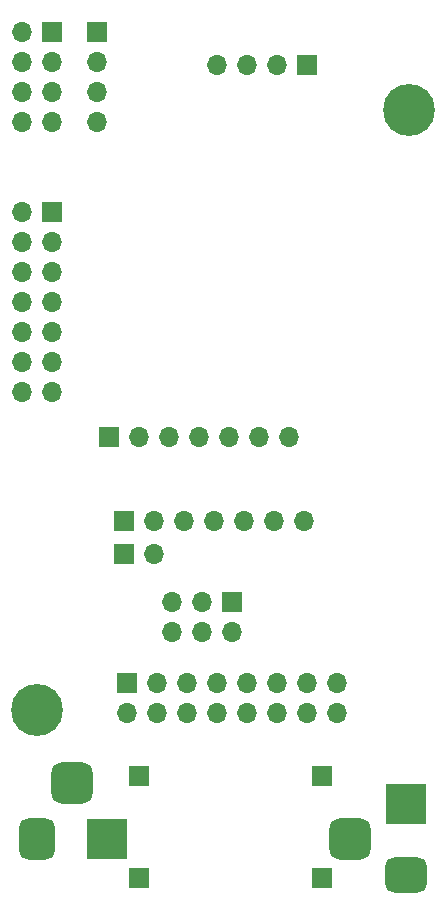
<source format=gbr>
%TF.GenerationSoftware,KiCad,Pcbnew,7.0.10*%
%TF.CreationDate,2024-01-29T09:08:00-07:00*%
%TF.ProjectId,AMPE32T30,414d5045-3332-4543-9330-2e6b69636164,rev?*%
%TF.SameCoordinates,PX76efc10PY5962530*%
%TF.FileFunction,Copper,L2,Bot*%
%TF.FilePolarity,Positive*%
%FSLAX46Y46*%
G04 Gerber Fmt 4.6, Leading zero omitted, Abs format (unit mm)*
G04 Created by KiCad (PCBNEW 7.0.10) date 2024-01-29 09:08:00*
%MOMM*%
%LPD*%
G01*
G04 APERTURE LIST*
G04 Aperture macros list*
%AMRoundRect*
0 Rectangle with rounded corners*
0 $1 Rounding radius*
0 $2 $3 $4 $5 $6 $7 $8 $9 X,Y pos of 4 corners*
0 Add a 4 corners polygon primitive as box body*
4,1,4,$2,$3,$4,$5,$6,$7,$8,$9,$2,$3,0*
0 Add four circle primitives for the rounded corners*
1,1,$1+$1,$2,$3*
1,1,$1+$1,$4,$5*
1,1,$1+$1,$6,$7*
1,1,$1+$1,$8,$9*
0 Add four rect primitives between the rounded corners*
20,1,$1+$1,$2,$3,$4,$5,0*
20,1,$1+$1,$4,$5,$6,$7,0*
20,1,$1+$1,$6,$7,$8,$9,0*
20,1,$1+$1,$8,$9,$2,$3,0*%
G04 Aperture macros list end*
%TA.AperFunction,ComponentPad*%
%ADD10R,1.700000X1.700000*%
%TD*%
%TA.AperFunction,ComponentPad*%
%ADD11O,1.700000X1.700000*%
%TD*%
%TA.AperFunction,ComponentPad*%
%ADD12C,4.400000*%
%TD*%
%TA.AperFunction,ComponentPad*%
%ADD13R,3.500000X3.500000*%
%TD*%
%TA.AperFunction,ComponentPad*%
%ADD14RoundRect,0.750000X-0.750000X-1.000000X0.750000X-1.000000X0.750000X1.000000X-0.750000X1.000000X0*%
%TD*%
%TA.AperFunction,ComponentPad*%
%ADD15RoundRect,0.875000X-0.875000X-0.875000X0.875000X-0.875000X0.875000X0.875000X-0.875000X0.875000X0*%
%TD*%
%TA.AperFunction,ComponentPad*%
%ADD16RoundRect,0.750000X1.000000X-0.750000X1.000000X0.750000X-1.000000X0.750000X-1.000000X-0.750000X0*%
%TD*%
%TA.AperFunction,ComponentPad*%
%ADD17RoundRect,0.875000X0.875000X-0.875000X0.875000X0.875000X-0.875000X0.875000X-0.875000X-0.875000X0*%
%TD*%
G04 APERTURE END LIST*
D10*
%TO.P,J4,1,Pin_1*%
%TO.N,/GND*%
X10414000Y32004000D03*
D11*
%TO.P,J4,2,Pin_2*%
%TO.N,/VCC*%
X12954000Y32004000D03*
%TO.P,J4,3,Pin_3*%
%TO.N,/AUX*%
X15494000Y32004000D03*
%TO.P,J4,4,Pin_4*%
%TO.N,/RXD*%
X18034000Y32004000D03*
%TO.P,J4,5,Pin_5*%
%TO.N,/TXD*%
X20574000Y32004000D03*
%TO.P,J4,6,Pin_6*%
%TO.N,/M1*%
X23114000Y32004000D03*
%TO.P,J4,7,Pin_7*%
%TO.N,/M0*%
X25654000Y32004000D03*
%TD*%
D10*
%TO.P,J5,1,Pin_1*%
%TO.N,/GND*%
X10668000Y18288000D03*
D11*
%TO.P,J5,2,Pin_2*%
X10668000Y15748000D03*
%TO.P,J5,3,Pin_3*%
%TO.N,/VCC*%
X13208000Y18288000D03*
%TO.P,J5,4,Pin_4*%
X13208000Y15748000D03*
%TO.P,J5,5,Pin_5*%
%TO.N,/SCK*%
X15748000Y18288000D03*
%TO.P,J5,6,Pin_6*%
%TO.N,/SET*%
X15748000Y15748000D03*
%TO.P,J5,7,Pin_7*%
%TO.N,/SDA*%
X18288000Y18288000D03*
%TO.P,J5,8,Pin_8*%
%TO.N,/OK*%
X18288000Y15748000D03*
%TO.P,J5,9,Pin_9*%
%TO.N,/RES*%
X20828000Y18288000D03*
%TO.P,J5,10,Pin_10*%
%TO.N,/RT*%
X20828000Y15748000D03*
%TO.P,J5,11,Pin_11*%
%TO.N,/RS*%
X23368000Y18288000D03*
%TO.P,J5,12,Pin_12*%
%TO.N,/UP*%
X23368000Y15748000D03*
%TO.P,J5,13,Pin_13*%
%TO.N,/CS*%
X25908000Y18288000D03*
%TO.P,J5,14,Pin_14*%
%TO.N,/DW*%
X25908000Y15748000D03*
%TO.P,J5,15,Pin_15*%
%TO.N,/BL*%
X28448000Y18288000D03*
%TO.P,J5,16,Pin_16*%
%TO.N,/LFT*%
X28448000Y15748000D03*
%TD*%
D10*
%TO.P,J6,1,Pin_1*%
%TO.N,/GND*%
X10414000Y29210000D03*
D11*
%TO.P,J6,2,Pin_2*%
%TO.N,/VCC*%
X12954000Y29210000D03*
%TD*%
D12*
%TO.P,f,1*%
%TO.N,N/C*%
X34544000Y66802000D03*
%TD*%
%TO.P,e,1*%
%TO.N,N/C*%
X3048000Y16002000D03*
%TD*%
D10*
%TO.P,J7,1,Pin_1*%
%TO.N,/LFT*%
X4318000Y58166000D03*
D11*
%TO.P,J7,2,Pin_2*%
%TO.N,/DW*%
X1778000Y58166000D03*
%TO.P,J7,3,Pin_3*%
%TO.N,/BL*%
X4318000Y55626000D03*
%TO.P,J7,4,Pin_4*%
%TO.N,/RES*%
X1778000Y55626000D03*
%TO.P,J7,5,Pin_5*%
%TO.N,/CS*%
X4318000Y53086000D03*
%TO.P,J7,6,Pin_6*%
%TO.N,/RS*%
X1778000Y53086000D03*
%TO.P,J7,7,Pin_7*%
%TO.N,Net-(J7-Pin_7)*%
X4318000Y50546000D03*
%TO.P,J7,8,Pin_8*%
%TO.N,/M0*%
X1778000Y50546000D03*
%TO.P,J7,9,Pin_9*%
%TO.N,/RT*%
X4318000Y48006000D03*
%TO.P,J7,10,Pin_10*%
%TO.N,/UP*%
X1778000Y48006000D03*
%TO.P,J7,11,Pin_11*%
%TO.N,/SET*%
X4318000Y45466000D03*
%TO.P,J7,12,Pin_12*%
%TO.N,/OK*%
X1778000Y45466000D03*
%TO.P,J7,13,Pin_13*%
%TO.N,/TXR*%
X4318000Y42926000D03*
%TO.P,J7,14,Pin_14*%
%TO.N,/RXR*%
X1778000Y42926000D03*
%TD*%
D10*
%TO.P,MP,1*%
%TO.N,N/C*%
X25908000Y70612000D03*
D11*
%TO.P,MP,2*%
X23368000Y70612000D03*
%TO.P,MP,3*%
X20828000Y70612000D03*
%TO.P,MP,4*%
X18288000Y70612000D03*
%TD*%
D10*
%TO.P,J1,1,Pin_1*%
%TO.N,/VIN*%
X4318000Y73406000D03*
D11*
%TO.P,J1,2,Pin_2*%
X1778000Y73406000D03*
%TO.P,J1,3,Pin_3*%
%TO.N,/GND*%
X4318000Y70866000D03*
%TO.P,J1,4,Pin_4*%
X1778000Y70866000D03*
%TO.P,J1,5,Pin_5*%
%TO.N,/VCC*%
X4318000Y68326000D03*
%TO.P,J1,6,Pin_6*%
X1778000Y68326000D03*
%TO.P,J1,7,Pin_7*%
%TO.N,/3V3*%
X4318000Y65786000D03*
%TO.P,J1,8,Pin_8*%
X1778000Y65786000D03*
%TD*%
D10*
%TO.P,J3,1,Pin_1*%
%TO.N,/VIN*%
X8128000Y73406000D03*
D11*
%TO.P,J3,2,Pin_2*%
%TO.N,/GND*%
X8128000Y70866000D03*
%TO.P,J3,3,Pin_3*%
%TO.N,/VCC*%
X8128000Y68326000D03*
%TO.P,J3,4,Pin_4*%
%TO.N,/3V3*%
X8128000Y65786000D03*
%TD*%
D10*
%TO.P,J12,1,Pin_1*%
%TO.N,/VCC*%
X27178000Y1778000D03*
%TD*%
%TO.P,J14,1,Pin_1*%
%TO.N,/GND*%
X9144000Y39116000D03*
D11*
%TO.P,J14,2,Pin_2*%
%TO.N,/VCC*%
X11684000Y39116000D03*
%TO.P,J14,3,Pin_3*%
%TO.N,/AUX*%
X14224000Y39116000D03*
%TO.P,J14,4,Pin_4*%
%TO.N,/RXD*%
X16764000Y39116000D03*
%TO.P,J14,5,Pin_5*%
%TO.N,/TXD*%
X19304000Y39116000D03*
%TO.P,J14,6,Pin_6*%
%TO.N,/M1*%
X21844000Y39116000D03*
%TO.P,J14,7,Pin_7*%
%TO.N,/M0*%
X24384000Y39116000D03*
%TD*%
D10*
%TO.P,J11,1,Pin_1*%
%TO.N,/GND*%
X27178000Y10414000D03*
%TD*%
%TO.P,J13,1,Pin_1*%
%TO.N,/HVIN*%
X11684000Y1778000D03*
%TD*%
%TO.P,J10,1,Pin_1*%
%TO.N,/GND*%
X11684000Y10414000D03*
%TD*%
%TO.P,J2,1,Pin_1*%
%TO.N,/AUX*%
X19558000Y25146000D03*
D11*
%TO.P,J2,2,Pin_2*%
%TO.N,/VCC*%
X19558000Y22606000D03*
%TO.P,J2,3,Pin_3*%
%TO.N,/SCK*%
X17018000Y25146000D03*
%TO.P,J2,4,Pin_4*%
%TO.N,/SDA*%
X17018000Y22606000D03*
%TO.P,J2,5,Pin_5*%
%TO.N,unconnected-(J2-Pin_5-Pad5)*%
X14478000Y25146000D03*
%TO.P,J2,6,Pin_6*%
%TO.N,/GND*%
X14478000Y22606000D03*
%TD*%
D13*
%TO.P,J8,1*%
%TO.N,/HVIN*%
X9048000Y5080000D03*
D14*
%TO.P,J8,2*%
%TO.N,/GND*%
X3048000Y5080000D03*
D15*
%TO.P,J8,3*%
X6048000Y9780000D03*
%TD*%
D13*
%TO.P,J9,1*%
%TO.N,/VCC*%
X34290000Y8032000D03*
D16*
%TO.P,J9,2*%
%TO.N,/GND*%
X34290000Y2032000D03*
D17*
%TO.P,J9,3*%
X29590000Y5032000D03*
%TD*%
M02*

</source>
